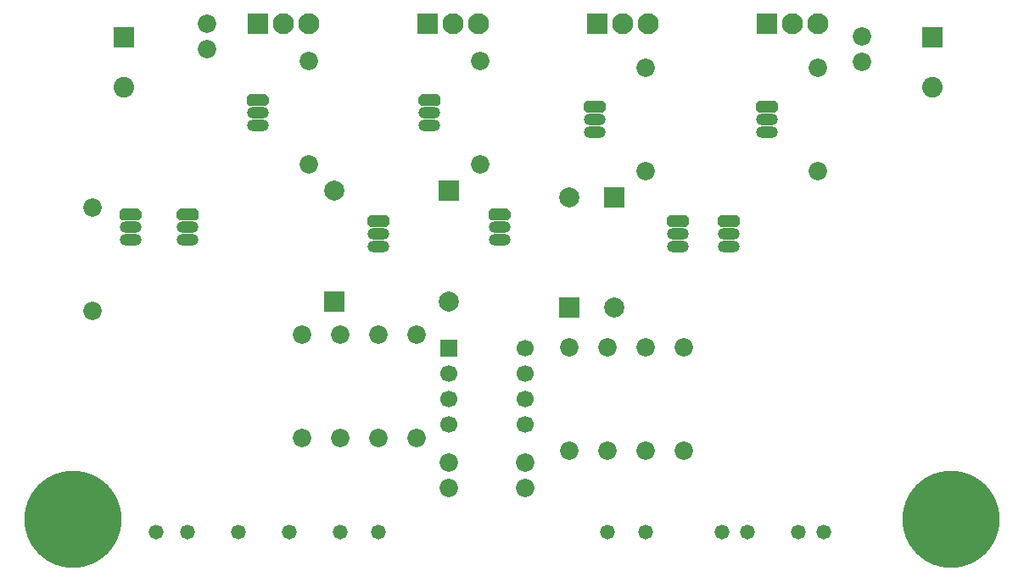
<source format=gbs>
G04 DipTrace 2.4.0.2*
%INClassBRevB.gbs*%
%MOIN*%
%ADD17C,0.0728*%
%ADD38C,0.0669*%
%ADD40R,0.0669X0.0669*%
%ADD42O,0.0866X0.0472*%
%ADD44C,0.0827*%
%ADD45R,0.0827X0.0827*%
%ADD46C,0.3829*%
%ADD48C,0.0787*%
%ADD50R,0.0787X0.0787*%
%ADD52C,0.0579*%
%ADD55C,0.0807*%
%ADD56R,0.0807X0.0807*%
%FSLAX44Y44*%
G04*
G70*
G90*
G75*
G01*
%LNBotMask*%
%LPD*%
D56*
X-4500Y12484D3*
D55*
Y10516D3*
D56*
X27250Y12484D3*
D55*
Y10516D3*
D17*
X-1250Y12000D3*
Y13000D3*
X24500Y11500D3*
Y12500D3*
X8250Y-5250D3*
Y-4250D3*
X11250Y-5250D3*
Y-4250D3*
D52*
X2000Y-7000D3*
X4000D3*
X22000D3*
X-3250D3*
X0D3*
X23000D3*
X-2000D3*
X5500D3*
X19000D3*
X16000D3*
X20000D3*
X14500D3*
D50*
X3750Y2075D3*
D48*
Y6425D3*
D50*
X8250D3*
D48*
Y2075D3*
D50*
X13000Y1825D3*
D48*
Y6175D3*
D50*
X14750D3*
D48*
Y1825D3*
D46*
X-6500Y-6500D3*
X28000D3*
D45*
X750Y13000D3*
D44*
X1750D3*
X2750D3*
D45*
X7420D3*
D44*
X8420D3*
X9420D3*
D45*
X14090D3*
D44*
X15090D3*
X16090D3*
G36*
X5188Y5486D2*
X5067Y5365D1*
Y5135D1*
X5188Y5014D1*
X5812D1*
X5933Y5135D1*
Y5365D1*
X5812Y5486D1*
X5188D1*
G37*
D42*
X5500Y4750D3*
Y4250D3*
G36*
X-2312Y5736D2*
X-2433Y5615D1*
Y5385D1*
X-2312Y5264D1*
X-1688D1*
X-1567Y5385D1*
Y5615D1*
X-1688Y5736D1*
X-2312D1*
G37*
D42*
X-2000Y5000D3*
Y4500D3*
G36*
X-4562Y5736D2*
X-4683Y5615D1*
Y5385D1*
X-4562Y5264D1*
X-3938D1*
X-3817Y5385D1*
Y5615D1*
X-3938Y5736D1*
X-4562D1*
G37*
D42*
X-4250Y5000D3*
Y4500D3*
D45*
X20750Y13000D3*
D44*
X21750D3*
X22750D3*
G36*
X18938Y5486D2*
X18817Y5365D1*
Y5135D1*
X18938Y5014D1*
X19562D1*
X19683Y5135D1*
Y5365D1*
X19562Y5486D1*
X18938D1*
G37*
D42*
X19250Y4750D3*
Y4250D3*
G36*
X7188Y10236D2*
X7067Y10115D1*
Y9885D1*
X7188Y9764D1*
X7812D1*
X7933Y9885D1*
Y10115D1*
X7812Y10236D1*
X7188D1*
G37*
D42*
X7500Y9500D3*
Y9000D3*
G36*
X438Y10236D2*
X317Y10115D1*
Y9885D1*
X438Y9764D1*
X1062D1*
X1183Y9885D1*
Y10115D1*
X1062Y10236D1*
X438D1*
G37*
D42*
X750Y9500D3*
Y9000D3*
G36*
X16938Y5486D2*
X16817Y5365D1*
Y5135D1*
X16938Y5014D1*
X17562D1*
X17683Y5135D1*
Y5365D1*
X17562Y5486D1*
X16938D1*
G37*
D42*
X17250Y4750D3*
Y4250D3*
G36*
X9938Y5736D2*
X9817Y5615D1*
Y5385D1*
X9938Y5264D1*
X10562D1*
X10683Y5385D1*
Y5615D1*
X10562Y5736D1*
X9938D1*
G37*
D42*
X10250Y5000D3*
Y4500D3*
G36*
X20438Y9986D2*
X20317Y9865D1*
Y9635D1*
X20438Y9514D1*
X21062D1*
X21183Y9635D1*
Y9865D1*
X21062Y9986D1*
X20438D1*
G37*
D42*
X20750Y9250D3*
Y8750D3*
G36*
X13688Y9986D2*
X13567Y9865D1*
Y9635D1*
X13688Y9514D1*
X14312D1*
X14433Y9635D1*
Y9865D1*
X14312Y9986D1*
X13688D1*
G37*
D42*
X14000Y9250D3*
Y8750D3*
D17*
X-5750Y1713D3*
Y5787D3*
X4000Y-3287D3*
Y787D3*
X2500Y-3287D3*
Y787D3*
X5500D3*
Y-3287D3*
X7000Y787D3*
Y-3287D3*
X9500Y11537D3*
Y7463D3*
X22750Y11287D3*
Y7213D3*
X16000D3*
Y11287D3*
Y-3787D3*
Y287D3*
X17500Y-3787D3*
Y287D3*
X14500D3*
Y-3787D3*
X13000Y287D3*
Y-3787D3*
X2750Y7463D3*
Y11537D3*
D40*
X8250Y250D3*
D38*
Y-750D3*
Y-1750D3*
Y-2750D3*
X11250D3*
Y-1750D3*
Y-750D3*
Y250D3*
M02*

</source>
